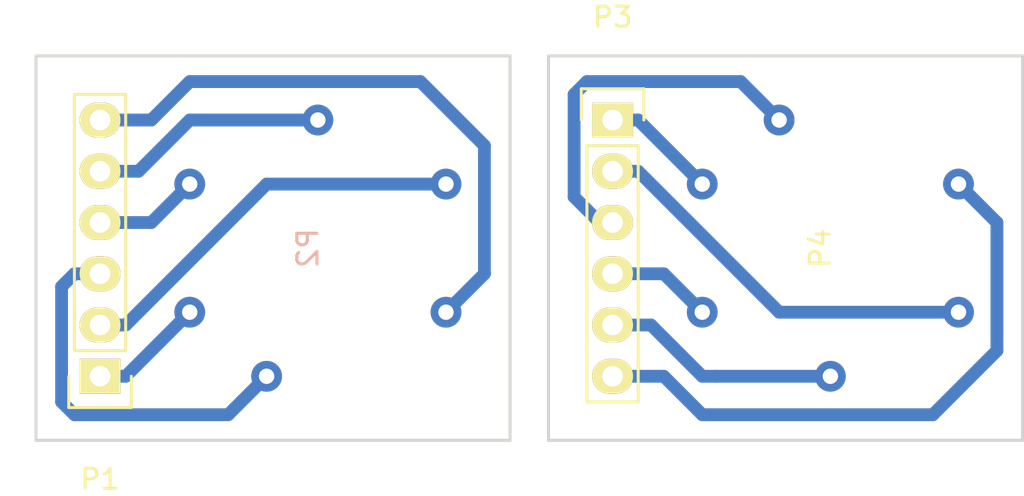
<source format=kicad_pcb>
(kicad_pcb (version 4) (host pcbnew 4.0.4+e1-6308~48~ubuntu16.04.1-stable)

  (general
    (links 12)
    (no_connects 0)
    (area 0 0 0 0)
    (thickness 1.6)
    (drawings 8)
    (tracks 45)
    (zones 0)
    (modules 4)
    (nets 13)
  )

  (page A4)
  (layers
    (0 F.Cu signal)
    (31 B.Cu signal)
    (32 B.Adhes user)
    (33 F.Adhes user)
    (34 B.Paste user)
    (35 F.Paste user)
    (36 B.SilkS user)
    (37 F.SilkS user)
    (38 B.Mask user)
    (39 F.Mask user)
    (40 Dwgs.User user)
    (41 Cmts.User user)
    (42 Eco1.User user)
    (43 Eco2.User user)
    (44 Edge.Cuts user)
    (45 Margin user)
    (46 B.CrtYd user)
    (47 F.CrtYd user)
    (48 B.Fab user)
    (49 F.Fab user)
  )

  (setup
    (last_trace_width 0.635)
    (user_trace_width 0.381)
    (user_trace_width 0.635)
    (trace_clearance 0.381)
    (zone_clearance 0.508)
    (zone_45_only no)
    (trace_min 0.2)
    (segment_width 0.2)
    (edge_width 0.15)
    (via_size 0.6)
    (via_drill 0.4)
    (via_min_size 0.4)
    (via_min_drill 0.3)
    (uvia_size 0.3)
    (uvia_drill 0.1)
    (uvias_allowed no)
    (uvia_min_size 0.2)
    (uvia_min_drill 0.1)
    (pcb_text_width 0.3)
    (pcb_text_size 1.5 1.5)
    (mod_edge_width 0.15)
    (mod_text_size 1 1)
    (mod_text_width 0.15)
    (pad_size 1.524 1.524)
    (pad_drill 0.762)
    (pad_to_mask_clearance 0.2)
    (aux_axis_origin 0 0)
    (visible_elements FFFFFF7F)
    (pcbplotparams
      (layerselection 0x00030_80000001)
      (usegerberextensions false)
      (excludeedgelayer true)
      (linewidth 0.100000)
      (plotframeref false)
      (viasonmask false)
      (mode 1)
      (useauxorigin false)
      (hpglpennumber 1)
      (hpglpenspeed 20)
      (hpglpendiameter 15)
      (hpglpenoverlay 2)
      (psnegative false)
      (psa4output false)
      (plotreference true)
      (plotvalue true)
      (plotinvisibletext false)
      (padsonsilk false)
      (subtractmaskfromsilk false)
      (outputformat 1)
      (mirror false)
      (drillshape 1)
      (scaleselection 1)
      (outputdirectory ""))
  )

  (net 0 "")
  (net 1 "Net-(P1-Pad1)")
  (net 2 "Net-(P1-Pad2)")
  (net 3 "Net-(P1-Pad3)")
  (net 4 "Net-(P1-Pad4)")
  (net 5 "Net-(P1-Pad5)")
  (net 6 "Net-(P1-Pad6)")
  (net 7 "Net-(P3-Pad1)")
  (net 8 "Net-(P3-Pad2)")
  (net 9 "Net-(P3-Pad3)")
  (net 10 "Net-(P3-Pad4)")
  (net 11 "Net-(P3-Pad5)")
  (net 12 "Net-(P3-Pad6)")

  (net_class Default "This is the default net class."
    (clearance 0.381)
    (trace_width 0.25)
    (via_dia 0.6)
    (via_drill 0.4)
    (uvia_dia 0.3)
    (uvia_drill 0.1)
    (add_net "Net-(P1-Pad1)")
    (add_net "Net-(P1-Pad2)")
    (add_net "Net-(P1-Pad3)")
    (add_net "Net-(P1-Pad4)")
    (add_net "Net-(P1-Pad5)")
    (add_net "Net-(P1-Pad6)")
    (add_net "Net-(P3-Pad1)")
    (add_net "Net-(P3-Pad2)")
    (add_net "Net-(P3-Pad3)")
    (add_net "Net-(P3-Pad4)")
    (add_net "Net-(P3-Pad5)")
    (add_net "Net-(P3-Pad6)")
  )

  (module Pin_Headers:Pin_Header_Straight_1x06 (layer F.Cu) (tedit 0) (tstamp 57F567C1)
    (at 149.225 115.57 180)
    (descr "Through hole pin header")
    (tags "pin header")
    (path /57F5679F)
    (fp_text reference P1 (at 0 -5.1 180) (layer F.SilkS)
      (effects (font (size 1 1) (thickness 0.15)))
    )
    (fp_text value CONN_01X06 (at 0 -3.1 180) (layer F.Fab)
      (effects (font (size 1 1) (thickness 0.15)))
    )
    (fp_line (start -1.75 -1.75) (end -1.75 14.45) (layer F.CrtYd) (width 0.05))
    (fp_line (start 1.75 -1.75) (end 1.75 14.45) (layer F.CrtYd) (width 0.05))
    (fp_line (start -1.75 -1.75) (end 1.75 -1.75) (layer F.CrtYd) (width 0.05))
    (fp_line (start -1.75 14.45) (end 1.75 14.45) (layer F.CrtYd) (width 0.05))
    (fp_line (start 1.27 1.27) (end 1.27 13.97) (layer F.SilkS) (width 0.15))
    (fp_line (start 1.27 13.97) (end -1.27 13.97) (layer F.SilkS) (width 0.15))
    (fp_line (start -1.27 13.97) (end -1.27 1.27) (layer F.SilkS) (width 0.15))
    (fp_line (start 1.55 -1.55) (end 1.55 0) (layer F.SilkS) (width 0.15))
    (fp_line (start 1.27 1.27) (end -1.27 1.27) (layer F.SilkS) (width 0.15))
    (fp_line (start -1.55 0) (end -1.55 -1.55) (layer F.SilkS) (width 0.15))
    (fp_line (start -1.55 -1.55) (end 1.55 -1.55) (layer F.SilkS) (width 0.15))
    (pad 1 thru_hole rect (at 0 0 180) (size 2.032 1.7272) (drill 1.016) (layers *.Cu *.Mask F.SilkS)
      (net 1 "Net-(P1-Pad1)"))
    (pad 2 thru_hole oval (at 0 2.54 180) (size 2.032 1.7272) (drill 1.016) (layers *.Cu *.Mask F.SilkS)
      (net 2 "Net-(P1-Pad2)"))
    (pad 3 thru_hole oval (at 0 5.08 180) (size 2.032 1.7272) (drill 1.016) (layers *.Cu *.Mask F.SilkS)
      (net 3 "Net-(P1-Pad3)"))
    (pad 4 thru_hole oval (at 0 7.62 180) (size 2.032 1.7272) (drill 1.016) (layers *.Cu *.Mask F.SilkS)
      (net 4 "Net-(P1-Pad4)"))
    (pad 5 thru_hole oval (at 0 10.16 180) (size 2.032 1.7272) (drill 1.016) (layers *.Cu *.Mask F.SilkS)
      (net 5 "Net-(P1-Pad5)"))
    (pad 6 thru_hole oval (at 0 12.7 180) (size 2.032 1.7272) (drill 1.016) (layers *.Cu *.Mask F.SilkS)
      (net 6 "Net-(P1-Pad6)"))
    (model Pin_Headers.3dshapes/Pin_Header_Straight_1x06.wrl
      (at (xyz 0 -0.25 0))
      (scale (xyz 1 1 1))
      (rotate (xyz 0 0 90))
    )
  )

  (module attiny841-spi:ATTINY841-SPI (layer B.Cu) (tedit 57C2806E) (tstamp 57F567CB)
    (at 160.02 109.22 90)
    (path /57F5672E)
    (fp_text reference P2 (at 0 -0.5 90) (layer B.SilkS)
      (effects (font (size 1 1) (thickness 0.15)) (justify mirror))
    )
    (fp_text value CONN_01X06 (at 0 0.5 90) (layer B.Fab)
      (effects (font (size 1 1) (thickness 0.15)) (justify mirror))
    )
    (pad 1 thru_hole circle (at -3.175 -6.35 90) (size 1.524 1.524) (drill 0.762) (layers *.Cu *.Mask)
      (net 1 "Net-(P1-Pad1)"))
    (pad 4 thru_hole circle (at 3.175 -6.35 90) (size 1.524 1.524) (drill 0.762) (layers *.Cu *.Mask)
      (net 4 "Net-(P1-Pad4)"))
    (pad 2 thru_hole circle (at 3.175 6.35 90) (size 1.524 1.524) (drill 0.762) (layers *.Cu *.Mask)
      (net 2 "Net-(P1-Pad2)"))
    (pad 6 thru_hole circle (at -3.175 6.35 90) (size 1.524 1.524) (drill 0.762) (layers *.Cu *.Mask)
      (net 6 "Net-(P1-Pad6)"))
    (pad 5 thru_hole circle (at 6.35 0 90) (size 1.524 1.524) (drill 0.762) (layers *.Cu *.Mask)
      (net 5 "Net-(P1-Pad5)"))
    (pad 3 thru_hole circle (at -6.35 -2.54 90) (size 1.524 1.524) (drill 0.762) (layers *.Cu *.Mask)
      (net 3 "Net-(P1-Pad3)"))
  )

  (module Pin_Headers:Pin_Header_Straight_1x06 (layer F.Cu) (tedit 0) (tstamp 57F567D5)
    (at 174.625 102.87)
    (descr "Through hole pin header")
    (tags "pin header")
    (path /57F568ED)
    (fp_text reference P3 (at 0 -5.1) (layer F.SilkS)
      (effects (font (size 1 1) (thickness 0.15)))
    )
    (fp_text value CONN_01X06 (at 0 -3.1) (layer F.Fab)
      (effects (font (size 1 1) (thickness 0.15)))
    )
    (fp_line (start -1.75 -1.75) (end -1.75 14.45) (layer F.CrtYd) (width 0.05))
    (fp_line (start 1.75 -1.75) (end 1.75 14.45) (layer F.CrtYd) (width 0.05))
    (fp_line (start -1.75 -1.75) (end 1.75 -1.75) (layer F.CrtYd) (width 0.05))
    (fp_line (start -1.75 14.45) (end 1.75 14.45) (layer F.CrtYd) (width 0.05))
    (fp_line (start 1.27 1.27) (end 1.27 13.97) (layer F.SilkS) (width 0.15))
    (fp_line (start 1.27 13.97) (end -1.27 13.97) (layer F.SilkS) (width 0.15))
    (fp_line (start -1.27 13.97) (end -1.27 1.27) (layer F.SilkS) (width 0.15))
    (fp_line (start 1.55 -1.55) (end 1.55 0) (layer F.SilkS) (width 0.15))
    (fp_line (start 1.27 1.27) (end -1.27 1.27) (layer F.SilkS) (width 0.15))
    (fp_line (start -1.55 0) (end -1.55 -1.55) (layer F.SilkS) (width 0.15))
    (fp_line (start -1.55 -1.55) (end 1.55 -1.55) (layer F.SilkS) (width 0.15))
    (pad 1 thru_hole rect (at 0 0) (size 2.032 1.7272) (drill 1.016) (layers *.Cu *.Mask F.SilkS)
      (net 7 "Net-(P3-Pad1)"))
    (pad 2 thru_hole oval (at 0 2.54) (size 2.032 1.7272) (drill 1.016) (layers *.Cu *.Mask F.SilkS)
      (net 8 "Net-(P3-Pad2)"))
    (pad 3 thru_hole oval (at 0 5.08) (size 2.032 1.7272) (drill 1.016) (layers *.Cu *.Mask F.SilkS)
      (net 9 "Net-(P3-Pad3)"))
    (pad 4 thru_hole oval (at 0 7.62) (size 2.032 1.7272) (drill 1.016) (layers *.Cu *.Mask F.SilkS)
      (net 10 "Net-(P3-Pad4)"))
    (pad 5 thru_hole oval (at 0 10.16) (size 2.032 1.7272) (drill 1.016) (layers *.Cu *.Mask F.SilkS)
      (net 11 "Net-(P3-Pad5)"))
    (pad 6 thru_hole oval (at 0 12.7) (size 2.032 1.7272) (drill 1.016) (layers *.Cu *.Mask F.SilkS)
      (net 12 "Net-(P3-Pad6)"))
    (model Pin_Headers.3dshapes/Pin_Header_Straight_1x06.wrl
      (at (xyz 0 -0.25 0))
      (scale (xyz 1 1 1))
      (rotate (xyz 0 0 90))
    )
  )

  (module attiny841-spi:ATTINY841-SPI (layer F.Cu) (tedit 57C2806E) (tstamp 57F567DF)
    (at 185.42 109.22 270)
    (path /57F568E7)
    (fp_text reference P4 (at 0 0.5 270) (layer F.SilkS)
      (effects (font (size 1 1) (thickness 0.15)))
    )
    (fp_text value CONN_01X06 (at 0 -0.5 270) (layer F.Fab)
      (effects (font (size 1 1) (thickness 0.15)))
    )
    (pad 1 thru_hole circle (at -3.175 6.35 270) (size 1.524 1.524) (drill 0.762) (layers *.Cu *.Mask)
      (net 7 "Net-(P3-Pad1)"))
    (pad 4 thru_hole circle (at 3.175 6.35 270) (size 1.524 1.524) (drill 0.762) (layers *.Cu *.Mask)
      (net 10 "Net-(P3-Pad4)"))
    (pad 2 thru_hole circle (at 3.175 -6.35 270) (size 1.524 1.524) (drill 0.762) (layers *.Cu *.Mask)
      (net 8 "Net-(P3-Pad2)"))
    (pad 6 thru_hole circle (at -3.175 -6.35 270) (size 1.524 1.524) (drill 0.762) (layers *.Cu *.Mask)
      (net 12 "Net-(P3-Pad6)"))
    (pad 5 thru_hole circle (at 6.35 0 270) (size 1.524 1.524) (drill 0.762) (layers *.Cu *.Mask)
      (net 11 "Net-(P3-Pad5)"))
    (pad 3 thru_hole circle (at -6.35 2.54 270) (size 1.524 1.524) (drill 0.762) (layers *.Cu *.Mask)
      (net 9 "Net-(P3-Pad3)"))
  )

  (gr_line (start 171.45 99.695) (end 171.45 118.745) (angle 90) (layer Edge.Cuts) (width 0.15))
  (gr_line (start 194.945 99.695) (end 171.45 99.695) (angle 90) (layer Edge.Cuts) (width 0.15))
  (gr_line (start 194.945 118.745) (end 194.945 99.695) (angle 90) (layer Edge.Cuts) (width 0.15))
  (gr_line (start 171.45 118.745) (end 194.945 118.745) (angle 90) (layer Edge.Cuts) (width 0.15))
  (gr_line (start 146.05 99.695) (end 146.05 118.745) (angle 90) (layer Edge.Cuts) (width 0.15))
  (gr_line (start 169.545 99.695) (end 146.05 99.695) (angle 90) (layer Edge.Cuts) (width 0.15))
  (gr_line (start 169.545 118.745) (end 169.545 99.695) (angle 90) (layer Edge.Cuts) (width 0.15))
  (gr_line (start 146.05 118.745) (end 169.545 118.745) (angle 90) (layer Edge.Cuts) (width 0.15))

  (segment (start 149.225 115.57) (end 150.495 115.57) (width 0.635) (layer B.Cu) (net 1))
  (segment (start 150.495 115.57) (end 153.67 112.395) (width 0.635) (layer B.Cu) (net 1) (tstamp 57F5689E))
  (segment (start 149.225 113.03) (end 150.495 113.03) (width 0.635) (layer B.Cu) (net 2))
  (segment (start 157.48 106.045) (end 166.37 106.045) (width 0.635) (layer B.Cu) (net 2) (tstamp 57F5685B))
  (segment (start 150.495 113.03) (end 157.48 106.045) (width 0.635) (layer B.Cu) (net 2) (tstamp 57F5685A))
  (segment (start 149.225 110.49) (end 147.955 110.49) (width 0.635) (layer B.Cu) (net 3))
  (segment (start 155.575 117.475) (end 157.48 115.57) (width 0.635) (layer B.Cu) (net 3) (tstamp 57F56863))
  (segment (start 147.955 117.475) (end 155.575 117.475) (width 0.635) (layer B.Cu) (net 3) (tstamp 57F56862))
  (segment (start 147.32 116.84) (end 147.955 117.475) (width 0.635) (layer B.Cu) (net 3) (tstamp 57F56861))
  (segment (start 147.32 111.125) (end 147.32 116.84) (width 0.635) (layer B.Cu) (net 3) (tstamp 57F56860))
  (segment (start 147.955 110.49) (end 147.32 111.125) (width 0.635) (layer B.Cu) (net 3) (tstamp 57F5685F))
  (segment (start 149.225 107.95) (end 151.765 107.95) (width 0.635) (layer B.Cu) (net 4))
  (segment (start 151.765 107.95) (end 153.67 106.045) (width 0.635) (layer B.Cu) (net 4) (tstamp 57F5684A))
  (segment (start 149.225 105.41) (end 151.13 105.41) (width 0.635) (layer B.Cu) (net 5))
  (segment (start 153.67 102.87) (end 160.02 102.87) (width 0.635) (layer B.Cu) (net 5) (tstamp 57F56847))
  (segment (start 151.13 105.41) (end 153.67 102.87) (width 0.635) (layer B.Cu) (net 5) (tstamp 57F56846))
  (segment (start 149.225 102.87) (end 151.765 102.87) (width 0.635) (layer B.Cu) (net 6))
  (segment (start 168.275 110.49) (end 166.37 112.395) (width 0.635) (layer B.Cu) (net 6) (tstamp 57F5686C))
  (segment (start 168.275 104.14) (end 168.275 110.49) (width 0.635) (layer B.Cu) (net 6) (tstamp 57F5686A))
  (segment (start 165.1 100.965) (end 168.275 104.14) (width 0.635) (layer B.Cu) (net 6) (tstamp 57F56868))
  (segment (start 153.67 100.965) (end 165.1 100.965) (width 0.635) (layer B.Cu) (net 6) (tstamp 57F56867))
  (segment (start 151.765 102.87) (end 153.67 100.965) (width 0.635) (layer B.Cu) (net 6) (tstamp 57F56866))
  (segment (start 174.625 102.87) (end 175.895 102.87) (width 0.635) (layer B.Cu) (net 7))
  (segment (start 175.895 102.87) (end 179.07 106.045) (width 0.635) (layer B.Cu) (net 7) (tstamp 57F56897))
  (segment (start 174.625 105.41) (end 175.895 105.41) (width 0.635) (layer B.Cu) (net 8))
  (segment (start 182.88 112.395) (end 191.77 112.395) (width 0.635) (layer B.Cu) (net 8) (tstamp 57F56893))
  (segment (start 175.895 105.41) (end 182.88 112.395) (width 0.635) (layer B.Cu) (net 8) (tstamp 57F5688D))
  (segment (start 174.625 107.95) (end 173.99 107.95) (width 0.635) (layer B.Cu) (net 9))
  (segment (start 173.99 107.95) (end 172.72 106.68) (width 0.635) (layer B.Cu) (net 9) (tstamp 57F568A1))
  (segment (start 172.72 106.68) (end 172.72 101.6) (width 0.635) (layer B.Cu) (net 9) (tstamp 57F568A4))
  (segment (start 172.72 101.6) (end 173.355 100.965) (width 0.635) (layer B.Cu) (net 9) (tstamp 57F568A6))
  (segment (start 173.355 100.965) (end 180.975 100.965) (width 0.635) (layer B.Cu) (net 9) (tstamp 57F568A9))
  (segment (start 180.975 100.965) (end 182.88 102.87) (width 0.635) (layer B.Cu) (net 9) (tstamp 57F568AB))
  (segment (start 174.625 110.49) (end 177.165 110.49) (width 0.635) (layer B.Cu) (net 10))
  (segment (start 177.165 110.49) (end 179.07 112.395) (width 0.635) (layer B.Cu) (net 10) (tstamp 57F5686F))
  (segment (start 174.625 113.03) (end 176.53 113.03) (width 0.635) (layer B.Cu) (net 11))
  (segment (start 179.705 115.57) (end 185.42 115.57) (width 0.635) (layer B.Cu) (net 11) (tstamp 57F56874))
  (segment (start 179.07 115.57) (end 179.705 115.57) (width 0.635) (layer B.Cu) (net 11) (tstamp 57F5687C))
  (segment (start 176.53 113.03) (end 179.07 115.57) (width 0.635) (layer B.Cu) (net 11) (tstamp 57F5687B))
  (segment (start 174.625 115.57) (end 177.165 115.57) (width 0.635) (layer B.Cu) (net 12))
  (segment (start 193.675 107.95) (end 191.77 106.045) (width 0.635) (layer B.Cu) (net 12) (tstamp 57F56886))
  (segment (start 193.675 114.3) (end 193.675 107.95) (width 0.635) (layer B.Cu) (net 12) (tstamp 57F56884))
  (segment (start 190.5 117.475) (end 193.675 114.3) (width 0.635) (layer B.Cu) (net 12) (tstamp 57F56881))
  (segment (start 179.07 117.475) (end 190.5 117.475) (width 0.635) (layer B.Cu) (net 12) (tstamp 57F56880))
  (segment (start 177.165 115.57) (end 179.07 117.475) (width 0.635) (layer B.Cu) (net 12) (tstamp 57F5687F))

)

</source>
